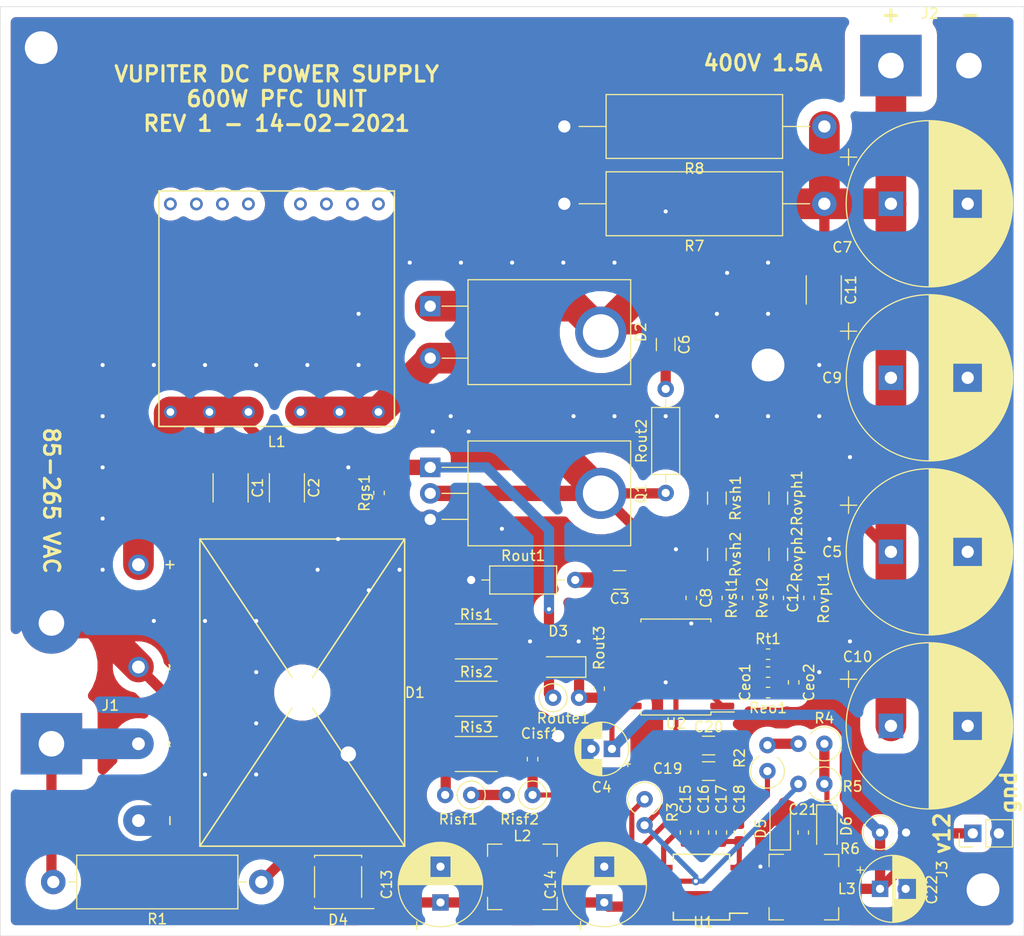
<source format=kicad_pcb>
(kicad_pcb (version 20171130) (host pcbnew 5.1.9-73d0e3b20d~88~ubuntu20.04.1)
  (layers (0 F.Cu signal) (31 B.Cu signal) (34 B.Paste user) (35 F.Paste user) (36 B.SilkS user) (37 F.SilkS user) (38 B.Mask user) (39 F.Mask user) (44 Edge.Cuts user))
  (net 0 "")
  (net 1 v120n)
  (net 2 v120p)
  (net 3 "Net-(C1-Pad2)")
  (net 4 "Net-(C1-Pad1)")
  (net 5 "Net-(C3-Pad2)")
  (net 6 "Net-(C3-Pad1)")
  (net 7 gnd)
  (net 8 vpfc)
  (net 9 "Net-(C6-Pad2)")
  (net 10 vs)
  (net 11 ovp)
  (net 12 "Net-(Ceo1-Pad1)")
  (net 13 "Net-(Ceo2-Pad1)")
  (net 14 is)
  (net 15 "Net-(D3-Pad2)")
  (net 16 out)
  (net 17 "Net-(Risf1-Pad1)")
  (net 18 "Net-(Rovph1-Pad2)")
  (net 19 "Net-(Rt1-Pad2)")
  (net 20 "Net-(Rvsh1-Pad2)")
  (net 21 "Net-(D3-Pad1)")
  (net 22 v12)
  (net 23 "Net-(C13-Pad1)")
  (net 24 "Net-(C14-Pad1)")
  (net 25 "Net-(C15-Pad2)")
  (net 26 "Net-(C15-Pad1)")
  (net 27 "Net-(C19-Pad1)")
  (net 28 "Net-(C21-Pad1)")
  (net 29 "Net-(D4-Pad3)")
  (net 30 "Net-(R2-Pad2)")
  (module custom:spacedConnector (layer F.Cu) (at 105 122 90)
    (fp_text reference J1 (at 3.75 5.75) (layer F.SilkS))
    (fp_text value AC-input)
    (pad 1 thru_hole rect (at 0 0 90) (size 5.99948 5.99948) (drill 2.49936) (layers *.Cu *.Mask) (net 2 v120p))
    (pad 2 thru_hole circle (at 11.8 0 90) (size 5.99948 5.99948) (drill 2.49936) (layers *.Cu *.Mask) (net 1 v120n))
  )
  (module custom:CPVPQ20161S14PZ (layer F.Cu) (at 127 79.5)
    (fp_text reference L1 (at 0 13) (layer F.SilkS))
    (fp_text value 9u)
    (pad "" thru_hole circle (at -10.38 -10.23) (size 1.25 1.25) (drill 0.75) (layers *.Cu *.Mask))
    (pad 2 thru_hole circle (at -10.38 10.09) (size 1.25 1.25) (drill 0.75) (layers *.Cu *.Mask) (net 4 "Net-(C1-Pad1)"))
    (pad "" thru_hole circle (at -7.84 -10.23) (size 1.25 1.25) (drill 0.75) (layers *.Cu *.Mask))
    (pad "" thru_hole circle (at -5.3 -10.23) (size 1.25 1.25) (drill 0.75) (layers *.Cu *.Mask))
    (pad "" thru_hole circle (at -2.76 -10.23) (size 1.25 1.25) (drill 0.75) (layers *.Cu *.Mask))
    (pad "" thru_hole circle (at 2.32 -10.23) (size 1.25 1.25) (drill 0.75) (layers *.Cu *.Mask))
    (pad "" thru_hole circle (at 4.86 -10.23) (size 1.25 1.25) (drill 0.75) (layers *.Cu *.Mask))
    (pad "" thru_hole circle (at 7.4 -10.23) (size 1.25 1.25) (drill 0.75) (layers *.Cu *.Mask))
    (pad "" thru_hole circle (at 9.94 -10.23) (size 1.25 1.25) (drill 0.75) (layers *.Cu *.Mask))
    (pad 2 thru_hole circle (at -6.57 10.09) (size 1.25 1.25) (drill 0.75) (layers *.Cu *.Mask) (net 4 "Net-(C1-Pad1)"))
    (pad 2 thru_hole circle (at -2.76 10.09) (size 1.25 1.25) (drill 0.75) (layers *.Cu *.Mask) (net 4 "Net-(C1-Pad1)"))
    (pad 1 thru_hole circle (at 2.32 10.09) (size 1.25 1.25) (drill 0.75) (layers *.Cu *.Mask) (net 6 "Net-(C3-Pad1)"))
    (pad 1 thru_hole circle (at 6.13 10.09) (size 1.25 1.25) (drill 0.75) (layers *.Cu *.Mask) (net 6 "Net-(C3-Pad1)"))
    (pad 1 thru_hole circle (at 9.94 10.09) (size 1.25 1.25) (drill 0.75) (layers *.Cu *.Mask) (net 6 "Net-(C3-Pad1)"))
  )
  (module KiCad/kicad-footprints/MountingHole.pretty:MountingHole_3.2mm_M3 (layer F.Cu) (at 196 136.25)
    (fp_text reference REF** hide)
    (fp_text value MountingHole_3.2mm_M3)
    (pad 1 thru_hole circle (at 0 0) (size 5 5) (drill 3.2) (layers *.Cu *.Mask) (net 7 gnd))
  )
  (module KiCad/kicad-footprints/MountingHole.pretty:MountingHole_3.2mm_M3 (layer F.Cu) (at 175 85)
    (fp_text reference REF** hide)
    (fp_text value MountingHole_3.2mm_M3)
    (pad 1 thru_hole circle (at 0 0) (size 5 5) (drill 3.2) (layers *.Cu *.Mask) (net 7 gnd))
  )
  (module KiCad/kicad-footprints/MountingHole.pretty:MountingHole_3.2mm_M3 (layer F.Cu) (at 104 54)
    (fp_text reference REF** hide)
    (fp_text value MountingHole_3.2mm_M3)
    (pad 1 thru_hole circle (at 0 0) (size 5 5) (drill 3.2) (layers *.Cu *.Mask) (net 7 gnd))
  )
  (module KiCad/kicad-footprints/Connector_PinHeader_2.54mm.pretty:PinHeader_1x02_P2.54mm_Vertical (layer F.Cu) (at 195 130.75 90)
    (fp_text reference J3 (at -3.5 -3 90) (layer F.SilkS))
    (fp_text value Conn_01x02)
    (pad 2 thru_hole oval (at 0 2.54 90) (size 1.7 1.7) (drill 1) (layers *.Cu *.Mask) (net 7 gnd))
    (pad 1 thru_hole rect (at 0 0 90) (size 1.7 1.7) (drill 1) (layers *.Cu *.Mask) (net 22 v12))
  )
  (module KiCad/kicad-footprints/Resistor_THT.pretty:R_Axial_DIN0617_L17.0mm_D6.0mm_P25.40mm_Horizontal (layer F.Cu) (at 180.5 61.7 180)
    (fp_text reference R8 (at 12.7 -4.12) (layer F.SilkS))
    (fp_text value 82k)
    (pad 2 thru_hole oval (at 25.4 0 180) (size 2.4 2.4) (drill 1.2) (layers *.Cu *.Mask) (net 7 gnd))
    (pad 1 thru_hole circle (at 0 0 180) (size 2.4 2.4) (drill 1.2) (layers *.Cu *.Mask) (net 8 vpfc))
  )
  (module KiCad/kicad-footprints/Resistor_THT.pretty:R_Axial_DIN0617_L17.0mm_D6.0mm_P25.40mm_Horizontal (layer F.Cu) (at 180.5 69.25 180)
    (fp_text reference R7 (at 12.7 -4.12) (layer F.SilkS))
    (fp_text value 82k)
    (pad 2 thru_hole oval (at 25.4 0 180) (size 2.4 2.4) (drill 1.2) (layers *.Cu *.Mask) (net 7 gnd))
    (pad 1 thru_hole circle (at 0 0 180) (size 2.4 2.4) (drill 1.2) (layers *.Cu *.Mask) (net 8 vpfc))
  )
  (module KiCad/kicad-footprints/Resistor_THT.pretty:R_Axial_DIN0516_L15.5mm_D5.0mm_P20.32mm_Horizontal (layer F.Cu) (at 125.5 135.5 180)
    (fp_text reference R1 (at 10.16 -3.62) (layer F.SilkS))
    (fp_text value 10)
    (pad 2 thru_hole oval (at 20.32 0 180) (size 2.4 2.4) (drill 1.2) (layers *.Cu *.Mask) (net 2 v120p))
    (pad 1 thru_hole circle (at 0 0 180) (size 2.4 2.4) (drill 1.2) (layers *.Cu *.Mask) (net 29 "Net-(D4-Pad3)"))
  )
  (module custom:SO-7_5.3x6.2mm_P1.27mm (layer F.Cu) (at 168.5 136 180)
    (fp_text reference U1 (at -0.19 -3.42) (layer F.SilkS))
    (fp_text value AP3917B)
    (pad 7 smd rect (at 3.7 -1.905 180) (size 1.75 0.55) (layers F.Cu F.Paste F.Mask) (net 24 "Net-(C14-Pad1)"))
    (pad 6 smd rect (at 3.7 0.635 180) (size 1.75 0.55) (layers F.Cu F.Paste F.Mask) (net 27 "Net-(C19-Pad1)"))
    (pad 5 smd rect (at 3.7 1.905 180) (size 1.75 0.55) (layers F.Cu F.Paste F.Mask) (net 26 "Net-(C15-Pad1)"))
    (pad 4 smd rect (at -3.7 1.905 180) (size 1.75 0.55) (layers F.Cu F.Paste F.Mask) (net 25 "Net-(C15-Pad2)"))
    (pad 3 smd rect (at -3.7 0.635 180) (size 1.75 0.55) (layers F.Cu F.Paste F.Mask) (net 25 "Net-(C15-Pad2)"))
    (pad 2 smd rect (at -3.7 -0.635 180) (size 1.75 0.55) (layers F.Cu F.Paste F.Mask) (net 25 "Net-(C15-Pad2)"))
    (pad 1 smd rect (at -3.7 -1.905 180) (size 1.75 0.55) (layers F.Cu F.Paste F.Mask) (net 25 "Net-(C15-Pad2)"))
  )
  (module KiCad/kicad-footprints/Resistor_THT.pretty:R_Axial_DIN0309_L9.0mm_D3.2mm_P2.54mm_Vertical (layer F.Cu) (at 185.94 130.67)
    (fp_text reference R6 (at -2.94 1.58) (layer F.SilkS))
    (fp_text value 22k1)
    (pad 2 thru_hole oval (at 2.54 0) (size 1.6 1.6) (drill 0.8) (layers *.Cu *.Mask) (net 7 gnd))
    (pad 1 thru_hole circle (at 0 0) (size 1.6 1.6) (drill 0.8) (layers *.Cu *.Mask) (net 22 v12))
  )
  (module KiCad/kicad-footprints/Resistor_THT.pretty:R_Axial_DIN0309_L9.0mm_D3.2mm_P2.54mm_Vertical (layer F.Cu) (at 180.5 125.92 180)
    (fp_text reference R5 (at -2.75 -0.25) (layer F.SilkS))
    (fp_text value 22k1)
    (pad 2 thru_hole oval (at 2.54 0 180) (size 1.6 1.6) (drill 0.8) (layers *.Cu *.Mask) (net 27 "Net-(C19-Pad1)"))
    (pad 1 thru_hole circle (at 0 0 180) (size 1.6 1.6) (drill 0.8) (layers *.Cu *.Mask) (net 28 "Net-(C21-Pad1)"))
  )
  (module KiCad/kicad-footprints/Resistor_THT.pretty:R_Axial_DIN0309_L9.0mm_D3.2mm_P2.54mm_Vertical (layer F.Cu) (at 180.5 122 180)
    (fp_text reference R4 (at 0 2.5) (layer F.SilkS))
    (fp_text value 5.62k)
    (pad 2 thru_hole oval (at 2.54 0 180) (size 1.6 1.6) (drill 0.8) (layers *.Cu *.Mask) (net 30 "Net-(R2-Pad2)"))
    (pad 1 thru_hole circle (at 0 0 180) (size 1.6 1.6) (drill 0.8) (layers *.Cu *.Mask) (net 28 "Net-(C21-Pad1)"))
  )
  (module KiCad/kicad-footprints/Resistor_THT.pretty:R_Axial_DIN0309_L9.0mm_D3.2mm_P2.54mm_Vertical (layer F.Cu) (at 162.94 127.42 270)
    (fp_text reference R3 (at 1.27 -2.72 90) (layer F.SilkS))
    (fp_text value 5.62k)
    (pad 2 thru_hole oval (at 2.54 0 270) (size 1.6 1.6) (drill 0.8) (layers *.Cu *.Mask) (net 27 "Net-(C19-Pad1)"))
    (pad 1 thru_hole circle (at 0 0 270) (size 1.6 1.6) (drill 0.8) (layers *.Cu *.Mask) (net 25 "Net-(C15-Pad2)"))
  )
  (module KiCad/kicad-footprints/Resistor_THT.pretty:R_Axial_DIN0309_L9.0mm_D3.2mm_P2.54mm_Vertical (layer F.Cu) (at 174.94 124.67 90)
    (fp_text reference R2 (at 1.27 -2.72 90) (layer F.SilkS))
    (fp_text value 22k1)
    (pad 2 thru_hole oval (at 2.54 0 90) (size 1.6 1.6) (drill 0.8) (layers *.Cu *.Mask) (net 30 "Net-(R2-Pad2)"))
    (pad 1 thru_hole circle (at 0 0 90) (size 1.6 1.6) (drill 0.8) (layers *.Cu *.Mask) (net 26 "Net-(C15-Pad1)"))
  )
  (module KiCad/kicad-footprints/Inductor_SMD.pretty:L_Bourns-SRN6028 (layer F.Cu) (at 178.5 136 180)
    (fp_text reference L3 (at -4.19 -0.17) (layer F.SilkS))
    (fp_text value 1m)
    (pad 2 smd rect (at 2.35 0 180) (size 1.6 5.7) (layers F.Cu F.Paste F.Mask) (net 25 "Net-(C15-Pad2)"))
    (pad 1 smd rect (at -2.35 0 180) (size 1.6 5.7) (layers F.Cu F.Paste F.Mask) (net 22 v12))
  )
  (module KiCad/kicad-footprints/Inductor_SMD.pretty:L_Bourns-SRN6028 (layer F.Cu) (at 151 135 180)
    (fp_text reference L2 (at 0 4) (layer F.SilkS))
    (fp_text value 1m)
    (pad 2 smd rect (at 2.35 0 180) (size 1.6 5.7) (layers F.Cu F.Paste F.Mask) (net 23 "Net-(C13-Pad1)"))
    (pad 1 smd rect (at -2.35 0 180) (size 1.6 5.7) (layers F.Cu F.Paste F.Mask) (net 24 "Net-(C14-Pad1)"))
  )
  (module KiCad/kicad-footprints/Diode_SMD.pretty:D_SOD-123F (layer F.Cu) (at 180.75 130.17 270)
    (fp_text reference D6 (at -0.127 -1.905 90) (layer F.SilkS))
    (fp_text value 1N4007W)
    (pad 2 smd rect (at 1.4 0 270) (size 1.1 1.1) (layers F.Cu F.Paste F.Mask) (net 22 v12))
    (pad 1 smd rect (at -1.4 0 270) (size 1.1 1.1) (layers F.Cu F.Paste F.Mask) (net 28 "Net-(C21-Pad1)"))
  )
  (module KiCad/kicad-footprints/Diode_SMD.pretty:D_SOD-123F (layer F.Cu) (at 176.19 130.17 90)
    (fp_text reference D5 (at -0.127 -1.905 90) (layer F.SilkS))
    (fp_text value 1N4007W)
    (pad 2 smd rect (at 1.4 0 90) (size 1.1 1.1) (layers F.Cu F.Paste F.Mask) (net 7 gnd))
    (pad 1 smd rect (at -1.4 0 90) (size 1.1 1.1) (layers F.Cu F.Paste F.Mask) (net 25 "Net-(C15-Pad2)"))
  )
  (module KiCad/kicad-footprints/Diode_SMD.pretty:Diode_Bridge_Diotec_ABS (layer F.Cu) (at 133 135.5 180)
    (fp_text reference D4 (at 0 -3.7) (layer F.SilkS))
    (fp_text value lp)
    (pad 4 smd rect (at 2.975 -2 180) (size 1 0.7) (layers F.Cu F.Paste F.Mask) (net 1 v120n))
    (pad 3 smd rect (at 2.975 2 180) (size 1 0.7) (layers F.Cu F.Paste F.Mask) (net 29 "Net-(D4-Pad3)"))
    (pad 2 smd rect (at -2.975 2 180) (size 1 0.7) (layers F.Cu F.Paste F.Mask) (net 7 gnd))
    (pad 1 smd rect (at -2.975 -2 180) (size 1 0.7) (layers F.Cu F.Paste F.Mask) (net 23 "Net-(C13-Pad1)"))
  )
  (module KiCad/kicad-footprints/Capacitor_THT.pretty:CP_Radial_D6.3mm_P2.50mm (layer F.Cu) (at 185.94 136.17)
    (fp_text reference C22 (at 5.06 0.08 90) (layer F.SilkS))
    (fp_text value 150u)
    (pad 2 thru_hole circle (at 2.5 0) (size 1.6 1.6) (drill 0.8) (layers *.Cu *.Mask) (net 7 gnd))
    (pad 1 thru_hole rect (at 0 0) (size 1.6 1.6) (drill 0.8) (layers *.Cu *.Mask) (net 22 v12))
  )
  (module KiCad/kicad-footprints/Capacitor_SMD.pretty:C_0603_1608Metric_Pad1.05x0.95mm_HandSolder (layer F.Cu) (at 178.44 130.67 270)
    (fp_text reference C21 (at -2.25 0 180) (layer F.SilkS))
    (fp_text value 0u47)
    (pad 2 smd roundrect (at 0.875 0 270) (size 1.05 0.95) (layers F.Cu F.Paste F.Mask) (net 25 "Net-(C15-Pad2)"))
    (pad 1 smd roundrect (at -0.875 0 270) (size 1.05 0.95) (layers F.Cu F.Paste F.Mask) (net 28 "Net-(C21-Pad1)"))
  )
  (module KiCad/kicad-footprints/Capacitor_SMD.pretty:C_1206_3216Metric_Pad1.42x1.75mm_HandSolder (layer F.Cu) (at 169.19 122.17)
    (fp_text reference C20 (at 0 -1.82) (layer F.SilkS))
    (fp_text value 220p)
    (pad 2 smd roundrect (at 1.4875 0) (size 1.425 1.75) (layers F.Cu F.Paste F.Mask) (roundrect_rratio 0.175439) (net 25 "Net-(C15-Pad2)"))
    (pad 1 smd roundrect (at -1.4875 0) (size 1.425 1.75) (layers F.Cu F.Paste F.Mask) (roundrect_rratio 0.175439) (net 27 "Net-(C19-Pad1)"))
  )
  (module KiCad/kicad-footprints/Capacitor_SMD.pretty:C_1206_3216Metric_Pad1.42x1.75mm_HandSolder (layer F.Cu) (at 169.19 124.67)
    (fp_text reference C19 (at -4 -0.25) (layer F.SilkS))
    (fp_text value 220p)
    (pad 2 smd roundrect (at 1.4875 0) (size 1.425 1.75) (layers F.Cu F.Paste F.Mask) (roundrect_rratio 0.175439) (net 25 "Net-(C15-Pad2)"))
    (pad 1 smd roundrect (at -1.4875 0) (size 1.425 1.75) (layers F.Cu F.Paste F.Mask) (roundrect_rratio 0.175439) (net 27 "Net-(C19-Pad1)"))
  )
  (module KiCad/kicad-footprints/Capacitor_SMD.pretty:C_0603_1608Metric_Pad1.05x0.95mm_HandSolder (layer F.Cu) (at 172.19 130.67 270)
    (fp_text reference C18 (at -3.25 0 90) (layer F.SilkS))
    (fp_text value 0u47)
    (pad 2 smd roundrect (at 0.875 0 270) (size 1.05 0.95) (layers F.Cu F.Paste F.Mask) (net 25 "Net-(C15-Pad2)"))
    (pad 1 smd roundrect (at -0.875 0 270) (size 1.05 0.95) (layers F.Cu F.Paste F.Mask) (net 26 "Net-(C15-Pad1)"))
  )
  (module KiCad/kicad-footprints/Capacitor_SMD.pretty:C_0603_1608Metric_Pad1.05x0.95mm_HandSolder (layer F.Cu) (at 170.44 130.67 270)
    (fp_text reference C17 (at -3.25 0 90) (layer F.SilkS))
    (fp_text value 0u47)
    (pad 2 smd roundrect (at 0.875 0 270) (size 1.05 0.95) (layers F.Cu F.Paste F.Mask) (net 25 "Net-(C15-Pad2)"))
    (pad 1 smd roundrect (at -0.875 0 270) (size 1.05 0.95) (layers F.Cu F.Paste F.Mask) (net 26 "Net-(C15-Pad1)"))
  )
  (module KiCad/kicad-footprints/Capacitor_SMD.pretty:C_0603_1608Metric_Pad1.05x0.95mm_HandSolder (layer F.Cu) (at 168.69 130.67 270)
    (fp_text reference C16 (at -3.25 0 90) (layer F.SilkS))
    (fp_text value 0u47)
    (pad 2 smd roundrect (at 0.875 0 270) (size 1.05 0.95) (layers F.Cu F.Paste F.Mask) (net 25 "Net-(C15-Pad2)"))
    (pad 1 smd roundrect (at -0.875 0 270) (size 1.05 0.95) (layers F.Cu F.Paste F.Mask) (net 26 "Net-(C15-Pad1)"))
  )
  (module KiCad/kicad-footprints/Capacitor_SMD.pretty:C_0603_1608Metric_Pad1.05x0.95mm_HandSolder (layer F.Cu) (at 166.94 130.67 270)
    (fp_text reference C15 (at -3.25 0 90) (layer F.SilkS))
    (fp_text value 0u47)
    (pad 2 smd roundrect (at 0.875 0 270) (size 1.05 0.95) (layers F.Cu F.Paste F.Mask) (net 25 "Net-(C15-Pad2)"))
    (pad 1 smd roundrect (at -0.875 0 270) (size 1.05 0.95) (layers F.Cu F.Paste F.Mask) (net 26 "Net-(C15-Pad1)"))
  )
  (module KiCad/kicad-footprints/Capacitor_THT.pretty:CP_Radial_D8.0mm_P3.50mm (layer F.Cu) (at 159 137.5 90)
    (fp_text reference C14 (at 1.75 -5.25 90) (layer F.SilkS))
    (fp_text value 4u7)
    (pad 2 thru_hole circle (at 3.5 0 90) (size 1.6 1.6) (drill 0.8) (layers *.Cu *.Mask) (net 7 gnd))
    (pad 1 thru_hole rect (at 0 0 90) (size 1.6 1.6) (drill 0.8) (layers *.Cu *.Mask) (net 24 "Net-(C14-Pad1)"))
  )
  (module KiCad/kicad-footprints/Capacitor_THT.pretty:CP_Radial_D8.0mm_P3.50mm (layer F.Cu) (at 143 137.5 90)
    (fp_text reference C13 (at 1.75 -5.25 90) (layer F.SilkS))
    (fp_text value 4u7)
    (pad 2 thru_hole circle (at 3.5 0 90) (size 1.6 1.6) (drill 0.8) (layers *.Cu *.Mask) (net 7 gnd))
    (pad 1 thru_hole rect (at 0 0 90) (size 1.6 1.6) (drill 0.8) (layers *.Cu *.Mask) (net 23 "Net-(C13-Pad1)"))
  )
  (module KiCad/kicad-footprints/Capacitor_SMD.pretty:C_1206_3216Metric_Pad1.42x1.75mm_HandSolder (layer F.Cu) (at 165 83 270)
    (fp_text reference C6 (at 0 -1.82 90) (layer F.SilkS))
    (fp_text value 220p)
    (pad 2 smd roundrect (at 1.4875 0 270) (size 1.425 1.75) (layers F.Cu F.Paste F.Mask) (roundrect_rratio 0.175439) (net 9 "Net-(C6-Pad2)"))
    (pad 1 smd roundrect (at -1.4875 0 270) (size 1.425 1.75) (layers F.Cu F.Paste F.Mask) (roundrect_rratio 0.175439) (net 8 vpfc))
  )
  (module KiCad/kicad-footprints/Capacitor_SMD.pretty:C_1206_3216Metric_Pad1.42x1.75mm_HandSolder (layer F.Cu) (at 160.5 106 180)
    (fp_text reference C3 (at 0 -1.82) (layer F.SilkS))
    (fp_text value 220p)
    (pad 2 smd roundrect (at 1.4875 0 180) (size 1.425 1.75) (layers F.Cu F.Paste F.Mask) (roundrect_rratio 0.175439) (net 5 "Net-(C3-Pad2)"))
    (pad 1 smd roundrect (at -1.4875 0 180) (size 1.425 1.75) (layers F.Cu F.Paste F.Mask) (roundrect_rratio 0.175439) (net 6 "Net-(C3-Pad1)"))
  )
  (module KiCad/kicad-footprints/Connector_Wire.pretty:SolderWirePad_1x02_P7.62mm_Drill2.5mm (layer F.Cu) (at 187 55.75)
    (fp_text reference J2 (at 3.81 -5.08) (layer F.SilkS))
    (fp_text value Conn_01x02)
    (pad 2 thru_hole circle (at 7.62 0) (size 5.99948 5.99948) (drill 2.49936) (layers *.Cu *.Mask) (net 7 gnd))
    (pad 1 thru_hole rect (at 0 0) (size 5.99948 5.99948) (drill 2.49936) (layers *.Cu *.Mask) (net 8 vpfc))
  )
  (module custom:gbj6 (layer F.Cu) (at 129.5 117 270)
    (fp_text reference D1 (at 0 -11 180) (layer F.SilkS))
    (fp_text value hp)
    (fp_text user - (at 12.5 13 270) (layer F.SilkS))
    (fp_text user ~~ (at 5 13 270) (layer F.SilkS))
    (fp_text user ~~ (at -2.5 13 270) (layer F.SilkS))
    (fp_text user + (at -12.5 13 270) (layer F.SilkS))
    (pad "" np_thru_hole circle (at 0 0 270) (size 3.5 3.5) (drill 3.5) (layers *.Cu *.Mask))
    (pad 4 thru_hole circle (at 12.5 16 270) (size 2 2) (drill 1.25) (layers *.Cu *.Mask) (net 3 "Net-(C1-Pad2)"))
    (pad 3 thru_hole circle (at 5 16 270) (size 2 2) (drill 1.25) (layers *.Cu *.Mask) (net 2 v120p))
    (pad 2 thru_hole circle (at -2.5 16 270) (size 2 2) (drill 1.25) (layers *.Cu *.Mask) (net 1 v120n))
    (pad 1 thru_hole circle (at -12.5 16 270) (size 2 2) (drill 1.25) (layers *.Cu *.Mask) (net 4 "Net-(C1-Pad1)"))
  )
  (module KiCad/kicad-footprints/Resistor_THT.pretty:R_Axial_DIN0207_L6.3mm_D2.5mm_P2.54mm_Vertical (layer F.Cu) (at 154 117.5)
    (fp_text reference Route1 (at 1 2) (layer F.SilkS))
    (fp_text value 50)
    (pad 2 thru_hole oval (at 2.54 0) (size 1.6 1.6) (drill 0.8) (layers *.Cu *.Mask) (net 21 "Net-(D3-Pad1)"))
    (pad 1 thru_hole circle (at 0 0) (size 1.6 1.6) (drill 0.8) (layers *.Cu *.Mask) (net 15 "Net-(D3-Pad2)"))
  )
  (module KiCad/kicad-footprints/Resistor_THT.pretty:R_Axial_DIN0207_L6.3mm_D2.5mm_P2.54mm_Vertical (layer F.Cu) (at 152 127 180)
    (fp_text reference Risf2 (at 1.27 -2.37) (layer F.SilkS))
    (fp_text value 50)
    (pad 2 thru_hole oval (at 2.54 0 180) (size 1.6 1.6) (drill 0.8) (layers *.Cu *.Mask) (net 17 "Net-(Risf1-Pad1)"))
    (pad 1 thru_hole circle (at 0 0 180) (size 1.6 1.6) (drill 0.8) (layers *.Cu *.Mask) (net 14 is))
  )
  (module KiCad/kicad-footprints/Resistor_THT.pretty:R_Axial_DIN0207_L6.3mm_D2.5mm_P2.54mm_Vertical (layer F.Cu) (at 146 127 180)
    (fp_text reference Risf1 (at 1.27 -2.37) (layer F.SilkS))
    (fp_text value 50)
    (pad 2 thru_hole oval (at 2.54 0 180) (size 1.6 1.6) (drill 0.8) (layers *.Cu *.Mask) (net 3 "Net-(C1-Pad2)"))
    (pad 1 thru_hole circle (at 0 0 180) (size 1.6 1.6) (drill 0.8) (layers *.Cu *.Mask) (net 17 "Net-(Risf1-Pad1)"))
  )
  (module KiCad/kicad-footprints/Resistor_SMD.pretty:R_0603_1608Metric_Pad1.05x0.95mm_HandSolder (layer F.Cu) (at 158.5 116.625 90)
    (fp_text reference Rout3 (at 4 0 90) (layer F.SilkS))
    (fp_text value 10)
    (pad 2 smd roundrect (at 0.875 0 90) (size 1.05 0.95) (layers F.Cu F.Paste F.Mask) (net 16 out))
    (pad 1 smd roundrect (at -0.875 0 90) (size 1.05 0.95) (layers F.Cu F.Paste F.Mask) (net 21 "Net-(D3-Pad1)"))
  )
  (module KiCad/kicad-footprints/Resistor_THT.pretty:R_Axial_DIN0207_L6.3mm_D2.5mm_P10.16mm_Horizontal (layer F.Cu) (at 146 106)
    (fp_text reference Rout1 (at 5.08 -2.37) (layer F.SilkS))
    (fp_text value 50)
    (pad 2 thru_hole oval (at 10.16 0) (size 1.6 1.6) (drill 0.8) (layers *.Cu *.Mask) (net 5 "Net-(C3-Pad2)"))
    (pad 1 thru_hole circle (at 0 0) (size 1.6 1.6) (drill 0.8) (layers *.Cu *.Mask) (net 7 gnd))
  )
  (module KiCad/kicad-footprints/Package_SO.pretty:SOP-8_6.62x9.15mm_P2.54mm (layer F.Cu) (at 166 114.5 180)
    (fp_text reference U2 (at 0 -5.52) (layer F.SilkS))
    (fp_text value bd7692fj)
    (pad 8 smd roundrect (at 4.525 -3.81 180) (size 2.35 0.65) (layers F.Cu F.Paste F.Mask) (net 22 v12))
    (pad 7 smd roundrect (at 4.525 -1.27 180) (size 2.35 0.65) (layers F.Cu F.Paste F.Mask) (net 16 out))
    (pad 6 smd roundrect (at 4.525 1.27 180) (size 2.35 0.65) (layers F.Cu F.Paste F.Mask) (net 7 gnd))
    (pad 5 smd roundrect (at 4.525 3.81 180) (size 2.35 0.65) (layers F.Cu F.Paste F.Mask) (net 14 is))
    (pad 4 smd roundrect (at -4.525 3.81 180) (size 2.35 0.65) (layers F.Cu F.Paste F.Mask) (net 11 ovp))
    (pad 3 smd roundrect (at -4.525 1.27 180) (size 2.35 0.65) (layers F.Cu F.Paste F.Mask) (net 19 "Net-(Rt1-Pad2)"))
    (pad 2 smd roundrect (at -4.525 -1.27 180) (size 2.35 0.65) (layers F.Cu F.Paste F.Mask) (net 12 "Net-(Ceo1-Pad1)"))
    (pad 1 smd roundrect (at -4.525 -3.81 180) (size 2.35 0.65) (layers F.Cu F.Paste F.Mask) (net 10 vs))
  )
  (module KiCad/kicad-footprints/Resistor_SMD.pretty:R_0603_1608Metric_Pad1.05x0.95mm_HandSolder (layer F.Cu) (at 173 107.75 270)
    (fp_text reference Rvsl2 (at 0 -1.43 90) (layer F.SilkS))
    (fp_text value 390k)
    (pad 2 smd roundrect (at 0.875 0 270) (size 1.05 0.95) (layers F.Cu F.Paste F.Mask) (net 7 gnd))
    (pad 1 smd roundrect (at -0.875 0 270) (size 1.05 0.95) (layers F.Cu F.Paste F.Mask) (net 10 vs))
  )
  (module KiCad/kicad-footprints/Resistor_SMD.pretty:R_0603_1608Metric_Pad1.05x0.95mm_HandSolder (layer F.Cu) (at 170 107.75 270)
    (fp_text reference Rvsl1 (at 0 -1.43 90) (layer F.SilkS))
    (fp_text value 13k)
    (pad 2 smd roundrect (at 0.875 0 270) (size 1.05 0.95) (layers F.Cu F.Paste F.Mask) (net 7 gnd))
    (pad 1 smd roundrect (at -0.875 0 270) (size 1.05 0.95) (layers F.Cu F.Paste F.Mask) (net 10 vs))
  )
  (module KiCad/kicad-footprints/Resistor_SMD.pretty:R_1206_3216Metric_Pad1.42x1.75mm_HandSolder (layer F.Cu) (at 170 103.5 270)
    (fp_text reference Rvsh2 (at 0 -1.82 90) (layer F.SilkS))
    (fp_text value 1Meg)
    (pad 2 smd roundrect (at 1.4875 0 270) (size 1.425 1.75) (layers F.Cu F.Paste F.Mask) (roundrect_rratio 0.175439) (net 10 vs))
    (pad 1 smd roundrect (at -1.4875 0 270) (size 1.425 1.75) (layers F.Cu F.Paste F.Mask) (roundrect_rratio 0.175439) (net 20 "Net-(Rvsh1-Pad2)"))
  )
  (module KiCad/kicad-footprints/Resistor_SMD.pretty:R_1206_3216Metric_Pad1.42x1.75mm_HandSolder (layer F.Cu) (at 170 98 270)
    (fp_text reference Rvsh1 (at 0 -1.82 90) (layer F.SilkS))
    (fp_text value 1Meg)
    (pad 2 smd roundrect (at 1.4875 0 270) (size 1.425 1.75) (layers F.Cu F.Paste F.Mask) (roundrect_rratio 0.175439) (net 20 "Net-(Rvsh1-Pad2)"))
    (pad 1 smd roundrect (at -1.4875 0 270) (size 1.425 1.75) (layers F.Cu F.Paste F.Mask) (roundrect_rratio 0.175439) (net 8 vpfc))
  )
  (module KiCad/kicad-footprints/Resistor_SMD.pretty:R_0603_1608Metric_Pad1.05x0.95mm_HandSolder (layer F.Cu) (at 175 113.25 180)
    (fp_text reference Rt1 (at 0 1.5) (layer F.SilkS))
    (fp_text value 39k)
    (pad 2 smd roundrect (at 0.875 0 180) (size 1.05 0.95) (layers F.Cu F.Paste F.Mask) (net 19 "Net-(Rt1-Pad2)"))
    (pad 1 smd roundrect (at -0.875 0 180) (size 1.05 0.95) (layers F.Cu F.Paste F.Mask) (net 7 gnd))
  )
  (module KiCad/kicad-footprints/Resistor_SMD.pretty:R_0603_1608Metric_Pad1.05x0.95mm_HandSolder (layer F.Cu) (at 179 107.75 270)
    (fp_text reference Rovpl1 (at 0 -1.43 90) (layer F.SilkS))
    (fp_text value 13k)
    (pad 2 smd roundrect (at 0.875 0 270) (size 1.05 0.95) (layers F.Cu F.Paste F.Mask) (net 7 gnd))
    (pad 1 smd roundrect (at -0.875 0 270) (size 1.05 0.95) (layers F.Cu F.Paste F.Mask) (net 11 ovp))
  )
  (module KiCad/kicad-footprints/Resistor_SMD.pretty:R_1206_3216Metric_Pad1.42x1.75mm_HandSolder (layer F.Cu) (at 176 103.5 270)
    (fp_text reference Rovph2 (at 0 -1.82 90) (layer F.SilkS))
    (fp_text value 1Meg)
    (pad 2 smd roundrect (at 1.4875 0 270) (size 1.425 1.75) (layers F.Cu F.Paste F.Mask) (roundrect_rratio 0.175439) (net 11 ovp))
    (pad 1 smd roundrect (at -1.4875 0 270) (size 1.425 1.75) (layers F.Cu F.Paste F.Mask) (roundrect_rratio 0.175439) (net 18 "Net-(Rovph1-Pad2)"))
  )
  (module KiCad/kicad-footprints/Resistor_SMD.pretty:R_1206_3216Metric_Pad1.42x1.75mm_HandSolder (layer F.Cu) (at 176 98 270)
    (fp_text reference Rovph1 (at 0 -1.82 90) (layer F.SilkS))
    (fp_text value 1Meg)
    (pad 2 smd roundrect (at 1.4875 0 270) (size 1.425 1.75) (layers F.Cu F.Paste F.Mask) (roundrect_rratio 0.175439) (net 18 "Net-(Rovph1-Pad2)"))
    (pad 1 smd roundrect (at -1.4875 0 270) (size 1.425 1.75) (layers F.Cu F.Paste F.Mask) (roundrect_rratio 0.175439) (net 8 vpfc))
  )
  (module KiCad/kicad-footprints/Resistor_THT.pretty:R_Axial_DIN0207_L6.3mm_D2.5mm_P10.16mm_Horizontal (layer F.Cu) (at 165 97.5 90)
    (fp_text reference Rout2 (at 5.08 -2.37 90) (layer F.SilkS))
    (fp_text value 50)
    (pad 2 thru_hole oval (at 10.16 0 90) (size 1.6 1.6) (drill 0.8) (layers *.Cu *.Mask) (net 9 "Net-(C6-Pad2)"))
    (pad 1 thru_hole circle (at 0 0 90) (size 1.6 1.6) (drill 0.8) (layers *.Cu *.Mask) (net 6 "Net-(C3-Pad1)"))
  )
  (module KiCad/kicad-footprints/Capacitor_SMD.pretty:C_2512_6332Metric_Pad1.52x3.35mm_HandSolder (layer F.Cu) (at 146.5 123)
    (fp_text reference Ris3 (at 0 -2.62) (layer F.SilkS))
    (fp_text value 0.08)
    (pad 2 smd roundrect (at 2.9875 0) (size 1.525 3.35) (layers F.Cu F.Paste F.Mask) (roundrect_rratio 0.163934) (net 7 gnd))
    (pad 1 smd roundrect (at -2.9875 0) (size 1.525 3.35) (layers F.Cu F.Paste F.Mask) (roundrect_rratio 0.163934) (net 3 "Net-(C1-Pad2)"))
  )
  (module KiCad/kicad-footprints/Capacitor_SMD.pretty:C_2512_6332Metric_Pad1.52x3.35mm_HandSolder (layer F.Cu) (at 146.5 117.6)
    (fp_text reference Ris2 (at 0 -2.62) (layer F.SilkS))
    (fp_text value 0.08)
    (pad 2 smd roundrect (at 2.9875 0) (size 1.525 3.35) (layers F.Cu F.Paste F.Mask) (roundrect_rratio 0.163934) (net 7 gnd))
    (pad 1 smd roundrect (at -2.9875 0) (size 1.525 3.35) (layers F.Cu F.Paste F.Mask) (roundrect_rratio 0.163934) (net 3 "Net-(C1-Pad2)"))
  )
  (module KiCad/kicad-footprints/Capacitor_SMD.pretty:C_2512_6332Metric_Pad1.52x3.35mm_HandSolder (layer F.Cu) (at 146.5 112)
    (fp_text reference Ris1 (at 0 -2.62) (layer F.SilkS))
    (fp_text value 0.08)
    (pad 2 smd roundrect (at 2.9875 0) (size 1.525 3.35) (layers F.Cu F.Paste F.Mask) (roundrect_rratio 0.163934) (net 7 gnd))
    (pad 1 smd roundrect (at -2.9875 0) (size 1.525 3.35) (layers F.Cu F.Paste F.Mask) (roundrect_rratio 0.163934) (net 3 "Net-(C1-Pad2)"))
  )
  (module KiCad/kicad-footprints/Resistor_SMD.pretty:R_0603_1608Metric_Pad1.05x0.95mm_HandSolder (layer F.Cu) (at 137 97.5 90)
    (fp_text reference Rgs1 (at 0 -1.43 90) (layer F.SilkS))
    (fp_text value 13k)
    (pad 2 smd roundrect (at 0.875 0 90) (size 1.05 0.95) (layers F.Cu F.Paste F.Mask) (net 15 "Net-(D3-Pad2)"))
    (pad 1 smd roundrect (at -0.875 0 90) (size 1.05 0.95) (layers F.Cu F.Paste F.Mask) (net 7 gnd))
  )
  (module KiCad/kicad-footprints/Resistor_SMD.pretty:R_0603_1608Metric_Pad1.05x0.95mm_HandSolder (layer F.Cu) (at 175 117)
    (fp_text reference Reo1 (at 0 1.5) (layer F.SilkS))
    (fp_text value 39k)
    (pad 2 smd roundrect (at 0.875 0) (size 1.05 0.95) (layers F.Cu F.Paste F.Mask) (net 13 "Net-(Ceo2-Pad1)"))
    (pad 1 smd roundrect (at -0.875 0) (size 1.05 0.95) (layers F.Cu F.Paste F.Mask) (net 12 "Net-(Ceo1-Pad1)"))
  )
  (module KiCad/kicad-footprints/Package_TO_SOT_THT.pretty:TO-220-3_Horizontal_TabDown (layer F.Cu) (at 142 95 270)
    (fp_text reference Q1 (at 2.54 -20.58 90) (layer F.SilkS))
    (fp_text value AOT190A60CL‎)
    (pad 2 thru_hole oval (at 2.54 -16.66 270) (size 5 5) (drill 3.5) (layers *.Cu *.Mask) (net 6 "Net-(C3-Pad1)"))
    (pad 1 thru_hole rect (at 0 0 270) (size 1.905 2) (drill 1.1) (layers *.Cu *.Mask) (net 15 "Net-(D3-Pad2)"))
    (pad 2 thru_hole oval (at 2.54 0 270) (size 2 2) (drill 1.1) (layers *.Cu *.Mask) (net 6 "Net-(C3-Pad1)") (clearance 0.2))
    (pad 3 thru_hole oval (at 5.08 0 270) (size 1.905 2) (drill 1.1) (layers *.Cu *.Mask) (net 7 gnd))
  )
  (module KiCad/kicad-footprints/Diode_SMD.pretty:D_SOD-123F (layer F.Cu) (at 155 114.5 180)
    (fp_text reference D3 (at 0.5 3.5) (layer F.SilkS))
    (fp_text value 1N4007W)
    (pad 2 smd rect (at 1.4 0 180) (size 1.1 1.1) (layers F.Cu F.Paste F.Mask) (net 15 "Net-(D3-Pad2)"))
    (pad 1 smd rect (at -1.4 0 180) (size 1.1 1.1) (layers F.Cu F.Paste F.Mask) (net 21 "Net-(D3-Pad1)"))
  )
  (module KiCad/kicad-footprints/Package_TO_SOT_THT.pretty:TO-220-2_Horizontal_TabDown (layer F.Cu) (at 142 79.25 270)
    (fp_text reference D2 (at 2.54 -20.58 90) (layer F.SilkS))
    (fp_text value BYC15-600PQ)
    (pad 2 thru_hole oval (at 5.08 0 270) (size 2 2) (drill 1.1) (layers *.Cu *.Mask) (net 6 "Net-(C3-Pad1)"))
    (pad 1 thru_hole rect (at 0 0 270) (size 2 2) (drill 1.1) (layers *.Cu *.Mask) (net 8 vpfc))
    (pad 1 thru_hole oval (at 2.54 -16.66 270) (size 5 5) (drill 3.5) (layers *.Cu *.Mask) (net 8 vpfc))
  )
  (module KiCad/kicad-footprints/Capacitor_SMD.pretty:C_0603_1608Metric_Pad1.05x0.95mm_HandSolder (layer F.Cu) (at 152 123.5 90)
    (fp_text reference Cisf1 (at 2.5 0.75 180) (layer F.SilkS))
    (fp_text value 1000p)
    (pad 2 smd roundrect (at 0.875 0 90) (size 1.05 0.95) (layers F.Cu F.Paste F.Mask) (net 7 gnd))
    (pad 1 smd roundrect (at -0.875 0 90) (size 1.05 0.95) (layers F.Cu F.Paste F.Mask) (net 14 is))
  )
  (module KiCad/kicad-footprints/Capacitor_SMD.pretty:C_0603_1608Metric_Pad1.05x0.95mm_HandSolder (layer F.Cu) (at 177.5 116 90)
    (fp_text reference Ceo2 (at 0 1.5 90) (layer F.SilkS))
    (fp_text value 0u1)
    (pad 2 smd roundrect (at 0.875 0 90) (size 1.05 0.95) (layers F.Cu F.Paste F.Mask) (net 7 gnd))
    (pad 1 smd roundrect (at -0.875 0 90) (size 1.05 0.95) (layers F.Cu F.Paste F.Mask) (net 13 "Net-(Ceo2-Pad1)"))
  )
  (module KiCad/kicad-footprints/Capacitor_SMD.pretty:C_0603_1608Metric_Pad1.05x0.95mm_HandSolder (layer F.Cu) (at 175 115)
    (fp_text reference Ceo1 (at -2.25 1 90) (layer F.SilkS))
    (fp_text value 0u47)
    (pad 2 smd roundrect (at 0.875 0) (size 1.05 0.95) (layers F.Cu F.Paste F.Mask) (net 7 gnd))
    (pad 1 smd roundrect (at -0.875 0) (size 1.05 0.95) (layers F.Cu F.Paste F.Mask) (net 12 "Net-(Ceo1-Pad1)"))
  )
  (module KiCad/kicad-footprints/Capacitor_SMD.pretty:C_0603_1608Metric_Pad1.05x0.95mm_HandSolder (layer F.Cu) (at 176 107.75 270)
    (fp_text reference C12 (at 0 -1.43 90) (layer F.SilkS))
    (fp_text value 1000p)
    (pad 2 smd roundrect (at 0.875 0 270) (size 1.05 0.95) (layers F.Cu F.Paste F.Mask) (net 7 gnd))
    (pad 1 smd roundrect (at -0.875 0 270) (size 1.05 0.95) (layers F.Cu F.Paste F.Mask) (net 11 ovp))
  )
  (module KiCad/kicad-footprints/Capacitor_SMD.pretty:C_1812_4532Metric_Pad1.30x3.40mm_HandSolder (layer F.Cu) (at 180.44 77.67 270)
    (fp_text reference C11 (at 0 -2.65 90) (layer F.SilkS))
    (fp_text value 470n)
    (pad 2 smd roundrect (at 2.225 0 270) (size 1.3 3.4) (layers F.Cu F.Paste F.Mask) (roundrect_rratio 0.192308) (net 7 gnd))
    (pad 1 smd roundrect (at -2.225 0 270) (size 1.3 3.4) (layers F.Cu F.Paste F.Mask) (roundrect_rratio 0.192308) (net 8 vpfc))
  )
  (module KiCad/kicad-footprints/Capacitor_THT.pretty:CP_Radial_D16.0mm_P7.50mm (layer F.Cu) (at 187 120.25)
    (fp_text reference C10 (at -3.25 -6.75) (layer F.SilkS))
    (fp_text value 47u)
    (pad 2 thru_hole circle (at 7.5 0) (size 2.4 2.4) (drill 1.2) (layers *.Cu *.Mask) (net 7 gnd))
    (pad 1 thru_hole rect (at 0 0) (size 2.4 2.4) (drill 1.2) (layers *.Cu *.Mask) (net 8 vpfc))
  )
  (module KiCad/kicad-footprints/Capacitor_THT.pretty:CP_Radial_D16.0mm_P7.50mm (layer F.Cu) (at 187 86.25)
    (fp_text reference C9 (at -5.75 0) (layer F.SilkS))
    (fp_text value 47u)
    (pad 2 thru_hole circle (at 7.5 0) (size 2.4 2.4) (drill 1.2) (layers *.Cu *.Mask) (net 7 gnd))
    (pad 1 thru_hole rect (at 0 0) (size 2.4 2.4) (drill 1.2) (layers *.Cu *.Mask) (net 8 vpfc))
  )
  (module KiCad/kicad-footprints/Capacitor_SMD.pretty:C_0603_1608Metric_Pad1.05x0.95mm_HandSolder (layer F.Cu) (at 167.5 107.75 270)
    (fp_text reference C8 (at 0 -1.43 90) (layer F.SilkS))
    (fp_text value 1000p)
    (pad 2 smd roundrect (at 0.875 0 270) (size 1.05 0.95) (layers F.Cu F.Paste F.Mask) (net 7 gnd))
    (pad 1 smd roundrect (at -0.875 0 270) (size 1.05 0.95) (layers F.Cu F.Paste F.Mask) (net 10 vs))
  )
  (module KiCad/kicad-footprints/Capacitor_THT.pretty:CP_Radial_D16.0mm_P7.50mm (layer F.Cu) (at 187 69.25)
    (fp_text reference C7 (at -4.75 4.25) (layer F.SilkS))
    (fp_text value 47u)
    (pad 2 thru_hole circle (at 7.5 0) (size 2.4 2.4) (drill 1.2) (layers *.Cu *.Mask) (net 7 gnd))
    (pad 1 thru_hole rect (at 0 0) (size 2.4 2.4) (drill 1.2) (layers *.Cu *.Mask) (net 8 vpfc))
  )
  (module KiCad/kicad-footprints/Capacitor_THT.pretty:CP_Radial_D16.0mm_P7.50mm (layer F.Cu) (at 187 103.25)
    (fp_text reference C5 (at -5.75 0) (layer F.SilkS))
    (fp_text value 47u)
    (pad 2 thru_hole circle (at 7.5 0) (size 2.4 2.4) (drill 1.2) (layers *.Cu *.Mask) (net 7 gnd))
    (pad 1 thru_hole rect (at 0 0) (size 2.4 2.4) (drill 1.2) (layers *.Cu *.Mask) (net 8 vpfc))
  )
  (module KiCad/kicad-footprints/Capacitor_THT.pretty:CP_Radial_D5.0mm_P2.00mm (layer F.Cu) (at 159.75 122.5 180)
    (fp_text reference C4 (at 1 -3.75) (layer F.SilkS))
    (fp_text value 22u)
    (pad 2 thru_hole circle (at 2 0 180) (size 1.6 1.6) (drill 0.8) (layers *.Cu *.Mask) (net 7 gnd))
    (pad 1 thru_hole rect (at 0 0 180) (size 1.6 1.6) (drill 0.8) (layers *.Cu *.Mask) (net 22 v12))
  )
  (module KiCad/kicad-footprints/Capacitor_SMD.pretty:C_1812_4532Metric_Pad1.30x3.40mm_HandSolder (layer F.Cu) (at 128 97 270)
    (fp_text reference C2 (at 0 -2.65 90) (layer F.SilkS))
    (fp_text value 470n)
    (pad 2 smd roundrect (at 2.225 0 270) (size 1.3 3.4) (layers F.Cu F.Paste F.Mask) (roundrect_rratio 0.192308) (net 3 "Net-(C1-Pad2)"))
    (pad 1 smd roundrect (at -2.225 0 270) (size 1.3 3.4) (layers F.Cu F.Paste F.Mask) (roundrect_rratio 0.192308) (net 4 "Net-(C1-Pad1)"))
  )
  (module KiCad/kicad-footprints/Capacitor_SMD.pretty:C_1812_4532Metric_Pad1.30x3.40mm_HandSolder (layer F.Cu) (at 122.5 97 270)
    (fp_text reference C1 (at 0 -2.65 90) (layer F.SilkS))
    (fp_text value 470n)
    (pad 2 smd roundrect (at 2.225 0 270) (size 1.3 3.4) (layers F.Cu F.Paste F.Mask) (roundrect_rratio 0.192308) (net 3 "Net-(C1-Pad2)"))
    (pad 1 smd roundrect (at -2.225 0 270) (size 1.3 3.4) (layers F.Cu F.Paste F.Mask) (roundrect_rratio 0.192308) (net 4 "Net-(C1-Pad1)"))
  )
  (gr_text "VUPITER DC POWER SUPPLY\n600W PFC UNIT\nREV 1 - 14-02-2021" (at 127 59) (layer F.SilkS) (effects (font (size 1.5 1.5) (thickness 0.3))))
  (gr_text - (at 194.75 50.75) (layer F.SilkS) (effects (font (size 1.5 1.5) (thickness 0.3))))
  (gr_text "+\n" (at 187 50.75) (layer F.SilkS) (effects (font (size 1.5 1.5) (thickness 0.3))))
  (gr_text "400V 1.5A\n" (at 174.5 55.5) (layer F.SilkS) (effects (font (size 1.5 1.5) (thickness 0.3))))
  (gr_text "85-265 VAC" (at 105 98.25 270) (layer F.SilkS) (effects (font (size 1.5 1.5) (thickness 0.3))))
  (gr_text "gnd\n" (at 198.5 126.75 90) (layer F.SilkS) (effects (font (size 1.5 1.5) (thickness 0.3))))
  (gr_text "v12\n" (at 192 130.75 90) (layer F.SilkS) (effects (font (size 1.5 1.5) (thickness 0.3))))
  (gr_line (start 100 140.75) (end 100 50) (layer Edge.Cuts) (width 0.05))
  (gr_line (start 200 140.75) (end 100 140.75) (layer Edge.Cuts) (width 0.05))
  (gr_line (start 200 50) (end 200 140.75) (layer Edge.Cuts) (width 0.05))
  (gr_line (start 100 50) (end 200 50) (layer Edge.Cuts) (width 0.05))
  (segment (start 109.2 110.2) (end 113.5 114.5) (width 3) (layer F.Cu) (net 1))
  (segment (start 105 110.2) (end 109.2 110.2) (width 3) (layer F.Cu) (net 1))
  (segment (start 132.525001 134.999999) (end 130.025 137.5) (width 1) (layer F.Cu) (net 1))
  (segment (start 126.152001 122.599999) (end 132.525001 128.972999) (width 1) (layer F.Cu) (net 1))
  (segment (start 121.599999 122.599999) (end 126.152001 122.599999) (width 1) (layer F.Cu) (net 1))
  (segment (start 132.525001 128.972999) (end 132.525001 134.999999) (width 1) (layer F.Cu) (net 1))
  (segment (start 113.5 114.5) (end 121.599999 122.599999) (width 1) (layer F.Cu) (net 1))
  (segment (start 105 122) (end 113.5 122) (width 3) (layer B.Cu) (net 2))
  (segment (start 105 135.32) (end 105.18 135.5) (width 1) (layer F.Cu) (net 2))
  (segment (start 105 122) (end 105 135.32) (width 1) (layer F.Cu) (net 2))
  (segment (start 133.200001 112.700001) (end 124 103.5) (width 3) (layer F.Cu) (net 3))
  (segment (start 122.5 102) (end 124 103.5) (width 1.5) (layer F.Cu) (net 3))
  (segment (start 122.5 99.225) (end 122.5 102) (width 1.5) (layer F.Cu) (net 3))
  (segment (start 124 103.225) (end 124 103.5) (width 1.5) (layer F.Cu) (net 3))
  (segment (start 128 99.225) (end 124 103.225) (width 1.5) (layer F.Cu) (net 3))
  (segment (start 143.5125 126.9475) (end 143.46 127) (width 1) (layer F.Cu) (net 3))
  (segment (start 143.5125 123) (end 143.5125 126.9475) (width 1) (layer F.Cu) (net 3))
  (segment (start 143.5125 123) (end 134 123) (width 3) (layer F.Cu) (net 3))
  (segment (start 134 113.5) (end 133.200001 112.700001) (width 3) (layer F.Cu) (net 3))
  (segment (start 135.5 112) (end 134 113.5) (width 3) (layer F.Cu) (net 3))
  (segment (start 143.5125 112) (end 135.5 112) (width 3) (layer F.Cu) (net 3))
  (segment (start 134.15 117.6) (end 134 117.75) (width 3) (layer F.Cu) (net 3))
  (segment (start 143.5125 117.6) (end 134.15 117.6) (width 3) (layer F.Cu) (net 3))
  (segment (start 134 117.75) (end 134 113.5) (width 3) (layer F.Cu) (net 3))
  (segment (start 134 123) (end 134 117.75) (width 3) (layer F.Cu) (net 3))
  (segment (start 134 123) (end 134 123) (width 3) (layer F.Cu) (net 3))
  (via (at 134 123) (size 2) (drill 1.5) (layers F.Cu B.Cu) (net 3))
  (segment (start 127.5 129.5) (end 134 123) (width 3) (layer B.Cu) (net 3))
  (segment (start 113.5 129.5) (end 127.5 129.5) (width 3) (layer B.Cu) (net 3))
  (segment (start 113.5 97.77879) (end 116.50379 94.775) (width 3) (layer F.Cu) (net 4))
  (segment (start 113.5 104.5) (end 113.5 97.77879) (width 3) (layer F.Cu) (net 4))
  (segment (start 116.50379 89.70621) (end 116.62 89.59) (width 3) (layer F.Cu) (net 4))
  (segment (start 116.50379 94.775) (end 116.50379 89.70621) (width 3) (layer F.Cu) (net 4))
  (segment (start 128 94.775) (end 116.50379 94.775) (width 1.5) (layer F.Cu) (net 4))
  (segment (start 116.62 89.59) (end 124.24 89.59) (width 3) (layer F.Cu) (net 4))
  (segment (start 120.43 92.705) (end 122.5 94.775) (width 1) (layer F.Cu) (net 4))
  (segment (start 120.43 89.59) (end 120.43 92.705) (width 1) (layer F.Cu) (net 4))
  (segment (start 124.24 91.015) (end 128 94.775) (width 1) (layer F.Cu) (net 4))
  (segment (start 124.24 89.59) (end 124.24 91.015) (width 1) (layer F.Cu) (net 4))
  (segment (start 158.275 106) (end 156.16 106) (width 1.5) (layer F.Cu) (net 5))
  (segment (start 158.66 97.54) (end 150.7 89.58) (width 3) (layer F.Cu) (net 6))
  (segment (start 142 97.54) (end 158.66 97.54) (width 1.5) (layer F.Cu) (net 6))
  (segment (start 158.7 97.5) (end 158.66 97.54) (width 1.5) (layer F.Cu) (net 6))
  (segment (start 145.45 84.33) (end 150.7 89.58) (width 3) (layer F.Cu) (net 6))
  (segment (start 142 84.33) (end 145.45 84.33) (width 3) (layer F.Cu) (net 6))
  (segment (start 142 84.53) (end 136.94 89.59) (width 3) (layer F.Cu) (net 6))
  (segment (start 142 84.33) (end 142 84.53) (width 3) (layer F.Cu) (net 6))
  (segment (start 161.9875 100.8675) (end 161.9875 106) (width 1) (layer F.Cu) (net 6))
  (segment (start 158.66 97.54) (end 161.9875 100.8675) (width 1) (layer F.Cu) (net 6))
  (segment (start 164.96 97.54) (end 165 97.5) (width 1) (layer F.Cu) (net 6))
  (segment (start 158.66 97.54) (end 164.96 97.54) (width 1) (layer F.Cu) (net 6))
  (segment (start 129.32 89.59) (end 136.94 89.59) (width 3) (layer F.Cu) (net 6))
  (segment (start 142 100.08) (end 142.08 100.08) (width 1.5) (layer F.Cu) (net 7))
  (segment (start 176 115.125) (end 175.875 115) (width 0.5) (layer F.Cu) (net 7))
  (segment (start 177.5 115.125) (end 176 115.125) (width 0.5) (layer F.Cu) (net 7))
  (segment (start 175.875 113.25) (end 175.875 115) (width 0.5) (layer F.Cu) (net 7))
  (segment (start 175.875 108.75) (end 176 108.625) (width 0.5) (layer F.Cu) (net 7))
  (segment (start 175.875 113.25) (end 175.875 108.75) (width 0.5) (layer F.Cu) (net 7))
  (segment (start 179 108.625) (end 176 108.625) (width 0.5) (layer F.Cu) (net 7))
  (segment (start 194.5 69.25) (end 194.5 120.25) (width 3) (layer F.Cu) (net 7))
  (segment (start 194.5 55.87) (end 194.62 55.75) (width 3) (layer F.Cu) (net 7))
  (segment (start 194.5 69.25) (end 194.5 55.87) (width 3) (layer F.Cu) (net 7))
  (segment (start 149.8625 122.625) (end 149.4875 123) (width 1.5) (layer F.Cu) (net 7))
  (segment (start 161.475 113.23) (end 157.73 113.23) (width 0.5) (layer F.Cu) (net 7))
  (segment (start 157.73 113.23) (end 156.5 112) (width 0.5) (layer F.Cu) (net 7))
  (segment (start 156.5 112) (end 156.5 112) (width 0.5) (layer F.Cu) (net 7))
  (via (at 156.5 112) (size 0.8) (drill 0.4) (layers F.Cu B.Cu) (net 7))
  (segment (start 156.5 112) (end 151.75 112) (width 0.5) (layer B.Cu) (net 7))
  (segment (start 151.75 112) (end 151.75 112) (width 0.5) (layer B.Cu) (net 7))
  (via (at 151.75 112) (size 0.8) (drill 0.4) (layers F.Cu B.Cu) (net 7))
  (segment (start 151.75 112) (end 149.4875 112) (width 0.5) (layer F.Cu) (net 7))
  (segment (start 167.5 108.625) (end 173 108.625) (width 0.5) (layer F.Cu) (net 7))
  (segment (start 149.4875 109.4875) (end 146 106) (width 3) (layer F.Cu) (net 7))
  (segment (start 149.4875 112) (end 149.4875 109.4875) (width 3) (layer F.Cu) (net 7))
  (segment (start 146 106) (end 142 102) (width 3) (layer F.Cu) (net 7))
  (via (at 154.5 121.25) (size 3) (drill 1.2) (layers F.Cu B.Cu) (net 7))
  (segment (start 149.75 120.25) (end 149.4875 119.9875) (width 3) (layer F.Cu) (net 7))
  (segment (start 152.5 120.25) (end 149.75 120.25) (width 3) (layer F.Cu) (net 7))
  (segment (start 149.4875 119.9875) (end 149.4875 112) (width 3) (layer F.Cu) (net 7))
  (segment (start 149.4875 123) (end 149.4875 119.9875) (width 3) (layer F.Cu) (net 7))
  (via (at 175 80) (size 0.8) (drill 0.4) (layers F.Cu B.Cu) (net 7))
  (via (at 175 75) (size 0.8) (drill 0.4) (layers F.Cu B.Cu) (net 7))
  (via (at 180 85) (size 0.8) (drill 0.4) (layers F.Cu B.Cu) (net 7))
  (via (at 180 90) (size 0.8) (drill 0.4) (layers F.Cu B.Cu) (net 7))
  (via (at 175 90) (size 0.8) (drill 0.4) (layers F.Cu B.Cu) (net 7))
  (via (at 170 90) (size 0.8) (drill 0.4) (layers F.Cu B.Cu) (net 7))
  (via (at 165 90) (size 0.8) (drill 0.4) (layers F.Cu B.Cu) (net 7))
  (via (at 160 90) (size 0.8) (drill 0.4) (layers F.Cu B.Cu) (net 7))
  (via (at 170 80) (size 0.8) (drill 0.4) (layers F.Cu B.Cu) (net 7))
  (via (at 171 76) (size 0.8) (drill 0.4) (layers F.Cu B.Cu) (net 7))
  (via (at 165 70) (size 0.8) (drill 0.4) (layers F.Cu B.Cu) (net 7))
  (via (at 160 75) (size 0.8) (drill 0.4) (layers F.Cu B.Cu) (net 7))
  (via (at 155 75) (size 0.8) (drill 0.4) (layers F.Cu B.Cu) (net 7))
  (via (at 145 75) (size 0.8) (drill 0.4) (layers F.Cu B.Cu) (net 7))
  (via (at 140 75) (size 0.8) (drill 0.4) (layers F.Cu B.Cu) (net 7))
  (via (at 135 80) (size 0.8) (drill 0.4) (layers F.Cu B.Cu) (net 7))
  (via (at 135 85) (size 0.8) (drill 0.4) (layers F.Cu B.Cu) (net 7))
  (via (at 130 85) (size 0.8) (drill 0.4) (layers F.Cu B.Cu) (net 7))
  (via (at 125 85) (size 0.8) (drill 0.4) (layers F.Cu B.Cu) (net 7))
  (via (at 120 85) (size 0.8) (drill 0.4) (layers F.Cu B.Cu) (net 7))
  (via (at 115 85) (size 0.8) (drill 0.4) (layers F.Cu B.Cu) (net 7))
  (via (at 110 85) (size 0.8) (drill 0.4) (layers F.Cu B.Cu) (net 7))
  (via (at 110 90) (size 0.8) (drill 0.4) (layers F.Cu B.Cu) (net 7))
  (via (at 110 95) (size 0.8) (drill 0.4) (layers F.Cu B.Cu) (net 7))
  (via (at 110 100) (size 0.8) (drill 0.4) (layers F.Cu B.Cu) (net 7))
  (via (at 110 105) (size 0.8) (drill 0.4) (layers F.Cu B.Cu) (net 7))
  (via (at 115 110) (size 0.8) (drill 0.4) (layers F.Cu B.Cu) (net 7))
  (via (at 120 110) (size 0.8) (drill 0.4) (layers F.Cu B.Cu) (net 7))
  (via (at 125 110) (size 0.8) (drill 0.4) (layers F.Cu B.Cu) (net 7))
  (via (at 125 115) (size 0.8) (drill 0.4) (layers F.Cu B.Cu) (net 7))
  (via (at 125 120) (size 0.8) (drill 0.4) (layers F.Cu B.Cu) (net 7))
  (via (at 125 125) (size 0.8) (drill 0.4) (layers F.Cu B.Cu) (net 7))
  (via (at 120 125) (size 0.8) (drill 0.4) (layers F.Cu B.Cu) (net 7))
  (via (at 180 115) (size 0.8) (drill 0.4) (layers F.Cu B.Cu) (net 7))
  (via (at 166 103) (size 0.8) (drill 0.4) (layers F.Cu B.Cu) (net 7))
  (via (at 149 101) (size 0.8) (drill 0.4) (layers F.Cu B.Cu) (net 7))
  (via (at 136 107) (size 0.8) (drill 0.4) (layers F.Cu B.Cu) (net 7))
  (via (at 133 102) (size 0.8) (drill 0.4) (layers F.Cu B.Cu) (net 7))
  (via (at 134 95) (size 0.8) (drill 0.4) (layers F.Cu B.Cu) (net 7))
  (via (at 144 90) (size 0.8) (drill 0.4) (layers F.Cu B.Cu) (net 7))
  (via (at 156 90) (size 0.8) (drill 0.4) (layers F.Cu B.Cu) (net 7))
  (via (at 183 94) (size 0.8) (drill 0.4) (layers F.Cu B.Cu) (net 7))
  (via (at 181 102) (size 0.8) (drill 0.4) (layers F.Cu B.Cu) (net 7))
  (via (at 183 112) (size 0.8) (drill 0.4) (layers F.Cu B.Cu) (net 7))
  (via (at 165 116) (size 0.8) (drill 0.4) (layers F.Cu B.Cu) (net 7))
  (via (at 131 105) (size 0.8) (drill 0.4) (layers F.Cu B.Cu) (net 7))
  (via (at 139 105) (size 0.8) (drill 0.4) (layers F.Cu B.Cu) (net 7))
  (via (at 150 75) (size 0.8) (drill 0.4) (layers F.Cu B.Cu) (net 7))
  (segment (start 138.705 100.08) (end 142 100.08) (width 1.5) (layer F.Cu) (net 7))
  (segment (start 137 98.375) (end 138.705 100.08) (width 1.5) (layer F.Cu) (net 7))
  (segment (start 152 120.75) (end 152.5 120.25) (width 1) (layer F.Cu) (net 7))
  (segment (start 152 122.625) (end 152 120.75) (width 1) (layer F.Cu) (net 7))
  (segment (start 176.19 128.77) (end 174.25 130.71) (width 1) (layer F.Cu) (net 7))
  (segment (start 174.25 130.71) (end 174.25 134) (width 1) (layer F.Cu) (net 7))
  (segment (start 174.25 134) (end 174.25 134) (width 1) (layer F.Cu) (net 7))
  (via (at 174.25 134) (size 0.8) (drill 0.4) (layers F.Cu B.Cu) (net 7))
  (via (at 167.5 110.25) (size 0.8) (drill 0.4) (layers F.Cu B.Cu) (net 7))
  (via (at 145.75 91.5) (size 0.8) (drill 0.4) (layers F.Cu B.Cu) (net 7))
  (via (at 142.25 91.5) (size 0.8) (drill 0.4) (layers F.Cu B.Cu) (net 7))
  (segment (start 156.12 79.25) (end 158.66 81.79) (width 3) (layer F.Cu) (net 8))
  (segment (start 142 79.25) (end 156.12 79.25) (width 3) (layer F.Cu) (net 8))
  (segment (start 159.675 80.775) (end 158.66 81.79) (width 1.5) (layer F.Cu) (net 8))
  (segment (start 171.2 69.25) (end 187 69.25) (width 3) (layer F.Cu) (net 8))
  (segment (start 158.66 81.79) (end 171.2 69.25) (width 3) (layer F.Cu) (net 8))
  (segment (start 187 69.25) (end 187 120.25) (width 3) (layer F.Cu) (net 8))
  (segment (start 187 69.25) (end 187 55.75) (width 3) (layer F.Cu) (net 8))
  (segment (start 170 96.5125) (end 176 96.5125) (width 1) (layer F.Cu) (net 8))
  (segment (start 180.2625 96.5125) (end 176 96.5125) (width 1) (layer F.Cu) (net 8))
  (segment (start 187 103.25) (end 180.2625 96.5125) (width 1) (layer F.Cu) (net 8))
  (segment (start 158.9375 81.5125) (end 158.66 81.79) (width 1) (layer F.Cu) (net 8))
  (segment (start 165 81.5125) (end 158.9375 81.5125) (width 1) (layer F.Cu) (net 8))
  (segment (start 180.5 69.25) (end 180.5 61.7) (width 3) (layer F.Cu) (net 8))
  (segment (start 180.5 75.385) (end 180.44 75.445) (width 1) (layer F.Cu) (net 8))
  (segment (start 180.5 69.25) (end 180.5 75.385) (width 1) (layer F.Cu) (net 8))
  (segment (start 165 87.34) (end 165 84.4875) (width 1) (layer F.Cu) (net 9))
  (segment (start 170.525 118.31) (end 167.5 115.285) (width 0.5) (layer F.Cu) (net 10))
  (segment (start 167.5 115.285) (end 167.5 113) (width 0.5) (layer F.Cu) (net 10))
  (segment (start 167.5 113) (end 165.25 110.75) (width 0.5) (layer F.Cu) (net 10))
  (segment (start 165.25 110.75) (end 165.25 108) (width 0.5) (layer F.Cu) (net 10))
  (segment (start 166.375 106.875) (end 167.5 106.875) (width 0.5) (layer F.Cu) (net 10))
  (segment (start 165.25 108) (end 166.375 106.875) (width 0.5) (layer F.Cu) (net 10))
  (segment (start 167.5 106.875) (end 173 106.875) (width 0.5) (layer F.Cu) (net 10))
  (segment (start 170 106.875) (end 170 104.9875) (width 1) (layer F.Cu) (net 10))
  (segment (start 176 106.875) (end 179 106.875) (width 0.5) (layer F.Cu) (net 11))
  (segment (start 170.525 110.69) (end 173.56 110.69) (width 0.5) (layer F.Cu) (net 11))
  (segment (start 176 106.875) (end 175.125 106.875) (width 0.5) (layer F.Cu) (net 11))
  (segment (start 175.125 106.875) (end 174.5 107.5) (width 0.5) (layer F.Cu) (net 11))
  (segment (start 174.5 109.75) (end 173.56 110.69) (width 0.5) (layer F.Cu) (net 11))
  (segment (start 174.5 107.5) (end 174.5 109.75) (width 0.5) (layer F.Cu) (net 11))
  (segment (start 176 106.875) (end 176 104.9875) (width 1) (layer F.Cu) (net 11))
  (segment (start 174.125 117) (end 174.125 115) (width 0.5) (layer F.Cu) (net 12))
  (segment (start 173.355 115.77) (end 174.125 115) (width 0.5) (layer F.Cu) (net 12))
  (segment (start 170.525 115.77) (end 173.355 115.77) (width 0.5) (layer F.Cu) (net 12))
  (segment (start 176 116.875) (end 175.875 117) (width 0.5) (layer F.Cu) (net 13))
  (segment (start 177.5 116.875) (end 176 116.875) (width 0.5) (layer F.Cu) (net 13))
  (segment (start 161.475 110.69) (end 163.44 110.69) (width 0.5) (layer F.Cu) (net 14))
  (segment (start 163.44 110.69) (end 166 113.25) (width 0.5) (layer F.Cu) (net 14))
  (segment (start 160.410002 127) (end 151.5 127) (width 0.5) (layer F.Cu) (net 14))
  (segment (start 166 121.410002) (end 160.410002 127) (width 0.5) (layer F.Cu) (net 14))
  (segment (start 166 113.25) (end 166 121.410002) (width 0.5) (layer F.Cu) (net 14))
  (segment (start 152 124.375) (end 152 127) (width 1) (layer F.Cu) (net 14))
  (segment (start 153.6 108.85) (end 153.6 108.85) (width 0.5) (layer F.Cu) (net 15))
  (via (at 153.6 108.85) (size 0.8) (drill 0.4) (layers F.Cu B.Cu) (net 15))
  (segment (start 138.625 95) (end 142 95) (width 1.5) (layer F.Cu) (net 15))
  (segment (start 137 96.625) (end 138.625 95) (width 1.5) (layer F.Cu) (net 15))
  (segment (start 153.6 117.1) (end 154 117.5) (width 1) (layer F.Cu) (net 15))
  (segment (start 153.6 114.5) (end 153.6 117.1) (width 1) (layer F.Cu) (net 15))
  (segment (start 153.6 114.5) (end 153.6 108.85) (width 1) (layer F.Cu) (net 15))
  (segment (start 153.6 101.1) (end 147.5 95) (width 1) (layer B.Cu) (net 15))
  (segment (start 153.6 108.85) (end 153.6 101.1) (width 1) (layer B.Cu) (net 15))
  (segment (start 147.5 95) (end 142 95) (width 1) (layer B.Cu) (net 15))
  (segment (start 158.52 115.77) (end 158.5 115.75) (width 0.5) (layer F.Cu) (net 16))
  (segment (start 161.475 115.77) (end 158.52 115.77) (width 0.5) (layer F.Cu) (net 16))
  (segment (start 146 127) (end 149.46 127) (width 1) (layer F.Cu) (net 17))
  (segment (start 176 99.4875) (end 176 102.0125) (width 1) (layer F.Cu) (net 18))
  (segment (start 174.105 113.23) (end 174.125 113.25) (width 0.5) (layer F.Cu) (net 19))
  (segment (start 170.525 113.23) (end 174.105 113.23) (width 0.5) (layer F.Cu) (net 19))
  (segment (start 170 99.4875) (end 170 102.0125) (width 1) (layer F.Cu) (net 20))
  (segment (start 158.5 117.5) (end 156.54 117.5) (width 1) (layer F.Cu) (net 21))
  (segment (start 156.54 114.64) (end 156.4 114.5) (width 1) (layer F.Cu) (net 21))
  (segment (start 156.54 117.5) (end 156.54 114.64) (width 1) (layer F.Cu) (net 21))
  (segment (start 159.75 120.035) (end 161.475 118.31) (width 0.5) (layer F.Cu) (net 22))
  (segment (start 159.75 122.5) (end 159.75 120.035) (width 0.5) (layer F.Cu) (net 22))
  (segment (start 180.75 135.9) (end 180.85 136) (width 1) (layer F.Cu) (net 22))
  (segment (start 180.85 131.67) (end 180.75 131.57) (width 0.5) (layer F.Cu) (net 22))
  (segment (start 180.85 136) (end 180.85 131.67) (width 0.5) (layer F.Cu) (net 22))
  (segment (start 181.02 136.17) (end 180.85 136) (width 1) (layer F.Cu) (net 22))
  (segment (start 185.94 136.17) (end 181.02 136.17) (width 1) (layer F.Cu) (net 22))
  (segment (start 185.94 136.17) (end 185.94 130.67) (width 1) (layer F.Cu) (net 22))
  (segment (start 163.08 119.17) (end 159.75 122.5) (width 1) (layer B.Cu) (net 22))
  (segment (start 181.19 119.17) (end 163.08 119.17) (width 1) (layer B.Cu) (net 22))
  (segment (start 182.69 120.67) (end 181.19 119.17) (width 1) (layer B.Cu) (net 22))
  (segment (start 182.69 127.42) (end 182.69 120.67) (width 1) (layer B.Cu) (net 22))
  (segment (start 185.94 130.67) (end 182.69 127.42) (width 1) (layer B.Cu) (net 22))
  (segment (start 185.94 136.17) (end 185.94 136.44) (width 1) (layer F.Cu) (net 22))
  (segment (start 191.36 130.75) (end 195 130.75) (width 1) (layer F.Cu) (net 22))
  (segment (start 185.94 136.17) (end 191.36 130.75) (width 1) (layer F.Cu) (net 22))
  (segment (start 146.15 137.5) (end 148.65 135) (width 1) (layer F.Cu) (net 23))
  (segment (start 143 137.5) (end 146.15 137.5) (width 1) (layer F.Cu) (net 23))
  (segment (start 143 137.5) (end 135.975 137.5) (width 1) (layer F.Cu) (net 23))
  (segment (start 159.405 137.905) (end 159 137.5) (width 1) (layer F.Cu) (net 24))
  (segment (start 164.8 137.905) (end 159.405 137.905) (width 1) (layer F.Cu) (net 24))
  (segment (start 155.85 137.5) (end 153.35 135) (width 1) (layer F.Cu) (net 24))
  (segment (start 159 137.5) (end 155.85 137.5) (width 1) (layer F.Cu) (net 24))
  (segment (start 172.4 136) (end 172.2 135.8) (width 1) (layer F.Cu) (net 25))
  (segment (start 172.2 135.8) (end 172.2 137.905) (width 1) (layer F.Cu) (net 25))
  (segment (start 176.15 136) (end 172.4 136) (width 1) (layer F.Cu) (net 25))
  (segment (start 172.2 134.095) (end 172.2 135.8) (width 1) (layer F.Cu) (net 25))
  (segment (start 166.94 131.545) (end 172.19 131.545) (width 0.5) (layer F.Cu) (net 25))
  (segment (start 172.19 134.085) (end 172.2 134.095) (width 0.5) (layer F.Cu) (net 25))
  (segment (start 172.19 131.545) (end 172.19 134.085) (width 0.5) (layer F.Cu) (net 25))
  (segment (start 176.15 131.61) (end 176.19 131.57) (width 0.5) (layer F.Cu) (net 25))
  (segment (start 176.15 136) (end 176.15 131.61) (width 0.5) (layer F.Cu) (net 25))
  (segment (start 176.215 131.545) (end 176.19 131.57) (width 0.5) (layer F.Cu) (net 25))
  (segment (start 178.44 131.545) (end 176.215 131.545) (width 0.5) (layer F.Cu) (net 25))
  (segment (start 170.6775 122.4325) (end 170.665 122.42) (width 1) (layer F.Cu) (net 25))
  (segment (start 170.6775 124.67) (end 170.6775 122.17) (width 1) (layer F.Cu) (net 25))
  (segment (start 164.109998 136.635) (end 172.2 136.635) (width 0.5) (layer F.Cu) (net 25))
  (segment (start 161.689999 134.215001) (end 164.109998 136.635) (width 0.5) (layer F.Cu) (net 25))
  (segment (start 161.689999 128.670001) (end 161.689999 134.215001) (width 0.5) (layer F.Cu) (net 25))
  (segment (start 162.94 127.42) (end 161.689999 128.670001) (width 0.5) (layer F.Cu) (net 25))
  (segment (start 161.689999 133.060003) (end 161.689999 134.215001) (width 0.5) (layer F.Cu) (net 25))
  (segment (start 170.080002 124.67) (end 161.689999 133.060003) (width 0.5) (layer F.Cu) (net 25))
  (segment (start 170.6775 124.67) (end 170.080002 124.67) (width 0.5) (layer F.Cu) (net 25))
  (segment (start 164.8 131.935) (end 166.94 129.795) (width 0.5) (layer F.Cu) (net 26))
  (segment (start 164.8 134.095) (end 164.8 131.935) (width 0.5) (layer F.Cu) (net 26))
  (segment (start 166.94 129.795) (end 172.19 129.795) (width 0.5) (layer F.Cu) (net 26))
  (segment (start 174.94 127.045) (end 172.19 129.795) (width 0.5) (layer F.Cu) (net 26))
  (segment (start 174.94 124.67) (end 174.94 127.045) (width 0.5) (layer F.Cu) (net 26))
  (segment (start 178.15 125.92) (end 168.65 135.42) (width 0.5) (layer B.Cu) (net 27))
  (segment (start 168.65 135.42) (end 167.94 135.42) (width 0.5) (layer B.Cu) (net 27))
  (segment (start 167.94 135.42) (end 167.94 135.42) (width 0.5) (layer B.Cu) (net 27))
  (via (at 167.94 135.42) (size 0.8) (drill 0.4) (layers F.Cu B.Cu) (net 27))
  (segment (start 164.855 135.42) (end 164.8 135.365) (width 0.5) (layer F.Cu) (net 27))
  (segment (start 167.94 135.42) (end 164.855 135.42) (width 0.5) (layer F.Cu) (net 27))
  (segment (start 167.7025 122.4325) (end 167.69 122.42) (width 1) (layer F.Cu) (net 27))
  (segment (start 167.7025 124.67) (end 167.7025 122.17) (width 1) (layer F.Cu) (net 27))
  (segment (start 167.94 134.96) (end 167.94 135.42) (width 0.5) (layer B.Cu) (net 27))
  (segment (start 162.94 129.96) (end 167.94 134.96) (width 0.5) (layer B.Cu) (net 27))
  (segment (start 167.7025 125.1975) (end 167.7025 124.67) (width 0.5) (layer F.Cu) (net 27))
  (segment (start 162.94 129.96) (end 167.7025 125.1975) (width 0.5) (layer F.Cu) (net 27))
  (segment (start 179.725 129.795) (end 180.75 128.77) (width 0.5) (layer F.Cu) (net 28))
  (segment (start 178.44 129.795) (end 179.725 129.795) (width 0.5) (layer F.Cu) (net 28))
  (segment (start 180.75 125.98) (end 180.69 125.92) (width 0.5) (layer F.Cu) (net 28))
  (segment (start 180.5 122) (end 180.5 125.92) (width 1) (layer F.Cu) (net 28))
  (segment (start 180.75 126.17) (end 180.5 125.92) (width 0.5) (layer F.Cu) (net 28))
  (segment (start 180.75 128.77) (end 180.75 126.17) (width 0.5) (layer F.Cu) (net 28))
  (segment (start 127.5 133.5) (end 125.5 135.5) (width 1) (layer F.Cu) (net 29))
  (segment (start 130.025 133.5) (end 127.5 133.5) (width 1) (layer F.Cu) (net 29))
  (segment (start 174.98 122.17) (end 174.94 122.13) (width 0.5) (layer F.Cu) (net 30))
  (segment (start 175.07 122) (end 174.94 122.13) (width 1) (layer F.Cu) (net 30))
  (segment (start 177.96 122) (end 175.07 122) (width 1) (layer F.Cu) (net 30))
  (zone (net 7) (net_name gnd) (layer F.Cu) (connect_pads yes (clearance 1)) (min_thickness 1) (fill yes (arc_segments 32) (thermal_gap 0.508) (thermal_bridge_width 1.08))
    (polygon (pts (xy 200 140.75) (xy 100 140.75) (xy 100 50) (xy 200 50)))
  )
  (zone (net 7) (net_name gnd) (layer B.Cu) (connect_pads yes (clearance 1)) (min_thickness 1) (fill yes (arc_segments 32) (thermal_gap 0.508) (thermal_bridge_width 1.08))
    (polygon (pts (xy 200 140.75) (xy 100 140.75) (xy 100 50) (xy 200 50)))
  )
)
</source>
